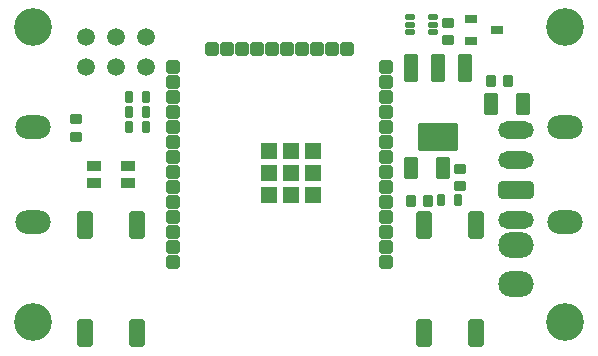
<source format=gts>
G04 Layer_Color=8388736*
%FSAX44Y44*%
%MOMM*%
G71*
G01*
G75*
G04:AMPARAMS|DCode=19|XSize=1.333mm|YSize=1.333mm|CornerRadius=0.0067mm|HoleSize=0mm|Usage=FLASHONLY|Rotation=180.000|XOffset=0mm|YOffset=0mm|HoleType=Round|Shape=RoundedRectangle|*
%AMROUNDEDRECTD19*
21,1,1.3330,1.3197,0,0,180.0*
21,1,1.3197,1.3330,0,0,180.0*
1,1,0.0133,-0.6598,0.6598*
1,1,0.0133,0.6598,0.6598*
1,1,0.0133,0.6598,-0.6598*
1,1,0.0133,-0.6598,-0.6598*
%
%ADD19ROUNDEDRECTD19*%
%ADD29C,1.5000*%
%ADD30O,3.0000X2.0000*%
%ADD31C,3.2000*%
%ADD39R,1.3000X0.9000*%
%ADD40R,1.3000X0.9000*%
G04:AMPARAMS|DCode=41|XSize=1.2032mm|YSize=2.3532mm|CornerRadius=0.1066mm|HoleSize=0mm|Usage=FLASHONLY|Rotation=0.000|XOffset=0mm|YOffset=0mm|HoleType=Round|Shape=RoundedRectangle|*
%AMROUNDEDRECTD41*
21,1,1.2032,2.1400,0,0,0.0*
21,1,0.9900,2.3532,0,0,0.0*
1,1,0.2132,0.4950,-1.0700*
1,1,0.2132,-0.4950,-1.0700*
1,1,0.2132,-0.4950,1.0700*
1,1,0.2132,0.4950,1.0700*
%
%ADD41ROUNDEDRECTD41*%
G04:AMPARAMS|DCode=42|XSize=3.4532mm|YSize=2.3532mm|CornerRadius=0.1124mm|HoleSize=0mm|Usage=FLASHONLY|Rotation=0.000|XOffset=0mm|YOffset=0mm|HoleType=Round|Shape=RoundedRectangle|*
%AMROUNDEDRECTD42*
21,1,3.4532,2.1285,0,0,0.0*
21,1,3.2285,2.3532,0,0,0.0*
1,1,0.2247,1.6142,-1.0642*
1,1,0.2247,-1.6142,-1.0642*
1,1,0.2247,-1.6142,1.0642*
1,1,0.2247,1.6142,1.0642*
%
%ADD42ROUNDEDRECTD42*%
G04:AMPARAMS|DCode=43|XSize=1.0532mm|YSize=0.8032mm|CornerRadius=0.1046mm|HoleSize=0mm|Usage=FLASHONLY|Rotation=0.000|XOffset=0mm|YOffset=0mm|HoleType=Round|Shape=RoundedRectangle|*
%AMROUNDEDRECTD43*
21,1,1.0532,0.5940,0,0,0.0*
21,1,0.8440,0.8032,0,0,0.0*
1,1,0.2092,0.4220,-0.2970*
1,1,0.2092,-0.4220,-0.2970*
1,1,0.2092,-0.4220,0.2970*
1,1,0.2092,0.4220,0.2970*
%
%ADD43ROUNDEDRECTD43*%
G04:AMPARAMS|DCode=44|XSize=1.8532mm|YSize=1.1532mm|CornerRadius=0.1064mm|HoleSize=0mm|Usage=FLASHONLY|Rotation=90.000|XOffset=0mm|YOffset=0mm|HoleType=Round|Shape=RoundedRectangle|*
%AMROUNDEDRECTD44*
21,1,1.8532,0.9405,0,0,90.0*
21,1,1.6405,1.1532,0,0,90.0*
1,1,0.2127,0.4703,0.8203*
1,1,0.2127,0.4703,-0.8203*
1,1,0.2127,-0.4703,-0.8203*
1,1,0.2127,-0.4703,0.8203*
%
%ADD44ROUNDEDRECTD44*%
G04:AMPARAMS|DCode=45|XSize=2.3032mm|YSize=1.3032mm|CornerRadius=0.1566mm|HoleSize=0mm|Usage=FLASHONLY|Rotation=270.000|XOffset=0mm|YOffset=0mm|HoleType=Round|Shape=RoundedRectangle|*
%AMROUNDEDRECTD45*
21,1,2.3032,0.9900,0,0,270.0*
21,1,1.9900,1.3032,0,0,270.0*
1,1,0.3132,-0.4950,-0.9950*
1,1,0.3132,-0.4950,0.9950*
1,1,0.3132,0.4950,0.9950*
1,1,0.3132,0.4950,-0.9950*
%
%ADD45ROUNDEDRECTD45*%
G04:AMPARAMS|DCode=46|XSize=1.0532mm|YSize=0.8032mm|CornerRadius=0.1046mm|HoleSize=0mm|Usage=FLASHONLY|Rotation=90.000|XOffset=0mm|YOffset=0mm|HoleType=Round|Shape=RoundedRectangle|*
%AMROUNDEDRECTD46*
21,1,1.0532,0.5940,0,0,90.0*
21,1,0.8440,0.8032,0,0,90.0*
1,1,0.2092,0.2970,0.4220*
1,1,0.2092,0.2970,-0.4220*
1,1,0.2092,-0.2970,-0.4220*
1,1,0.2092,-0.2970,0.4220*
%
%ADD46ROUNDEDRECTD46*%
G04:AMPARAMS|DCode=47|XSize=0.9532mm|YSize=0.7532mm|CornerRadius=0.1044mm|HoleSize=0mm|Usage=FLASHONLY|Rotation=270.000|XOffset=0mm|YOffset=0mm|HoleType=Round|Shape=RoundedRectangle|*
%AMROUNDEDRECTD47*
21,1,0.9532,0.5445,0,0,270.0*
21,1,0.7445,0.7532,0,0,270.0*
1,1,0.2087,-0.2722,-0.3723*
1,1,0.2087,-0.2722,0.3723*
1,1,0.2087,0.2722,0.3723*
1,1,0.2087,0.2722,-0.3723*
%
%ADD47ROUNDEDRECTD47*%
G04:AMPARAMS|DCode=48|XSize=0.7532mm|YSize=1.0032mm|CornerRadius=0.1044mm|HoleSize=0mm|Usage=FLASHONLY|Rotation=90.000|XOffset=0mm|YOffset=0mm|HoleType=Round|Shape=RoundedRectangle|*
%AMROUNDEDRECTD48*
21,1,0.7532,0.7945,0,0,90.0*
21,1,0.5445,1.0032,0,0,90.0*
1,1,0.2087,0.3972,0.2722*
1,1,0.2087,0.3972,-0.2722*
1,1,0.2087,-0.3972,-0.2722*
1,1,0.2087,-0.3972,0.2722*
%
%ADD48ROUNDEDRECTD48*%
G04:AMPARAMS|DCode=49|XSize=1.1032mm|YSize=1.1032mm|CornerRadius=0.1061mm|HoleSize=0mm|Usage=FLASHONLY|Rotation=180.000|XOffset=0mm|YOffset=0mm|HoleType=Round|Shape=RoundedRectangle|*
%AMROUNDEDRECTD49*
21,1,1.1032,0.8910,0,0,180.0*
21,1,0.8910,1.1032,0,0,180.0*
1,1,0.2122,-0.4455,0.4455*
1,1,0.2122,0.4455,0.4455*
1,1,0.2122,0.4455,-0.4455*
1,1,0.2122,-0.4455,-0.4455*
%
%ADD49ROUNDEDRECTD49*%
G04:AMPARAMS|DCode=50|XSize=0.5532mm|YSize=0.8032mm|CornerRadius=0.1034mm|HoleSize=0mm|Usage=FLASHONLY|Rotation=90.000|XOffset=0mm|YOffset=0mm|HoleType=Round|Shape=RoundedRectangle|*
%AMROUNDEDRECTD50*
21,1,0.5532,0.5965,0,0,90.0*
21,1,0.3465,0.8032,0,0,90.0*
1,1,0.2067,0.2983,0.1732*
1,1,0.2067,0.2983,-0.1732*
1,1,0.2067,-0.2983,-0.1732*
1,1,0.2067,-0.2983,0.1732*
%
%ADD50ROUNDEDRECTD50*%
G04:AMPARAMS|DCode=51|XSize=1.4732mm|YSize=3.0032mm|CornerRadius=0.7366mm|HoleSize=0mm|Usage=FLASHONLY|Rotation=90.000|XOffset=0mm|YOffset=0mm|HoleType=Round|Shape=RoundedRectangle|*
%AMROUNDEDRECTD51*
21,1,1.4732,1.5300,0,0,90.0*
21,1,0.0000,3.0032,0,0,90.0*
1,1,1.4732,0.7650,0.0000*
1,1,1.4732,0.7650,0.0000*
1,1,1.4732,-0.7650,0.0000*
1,1,1.4732,-0.7650,0.0000*
%
%ADD51ROUNDEDRECTD51*%
G04:AMPARAMS|DCode=52|XSize=1.4732mm|YSize=3.0032mm|CornerRadius=0.2604mm|HoleSize=0mm|Usage=FLASHONLY|Rotation=90.000|XOffset=0mm|YOffset=0mm|HoleType=Round|Shape=RoundedRectangle|*
%AMROUNDEDRECTD52*
21,1,1.4732,2.4825,0,0,90.0*
21,1,0.9525,3.0032,0,0,90.0*
1,1,0.5207,1.2412,0.4763*
1,1,0.5207,1.2412,-0.4763*
1,1,0.5207,-1.2412,-0.4763*
1,1,0.5207,-1.2412,0.4763*
%
%ADD52ROUNDEDRECTD52*%
%ADD53O,3.0032X2.2032*%
D19*
X10643414Y10695341D02*
D03*
X10625082D02*
D03*
X10661744D02*
D03*
Y10677010D02*
D03*
X10625082D02*
D03*
X10643414D02*
D03*
Y10713669D02*
D03*
X10625082D02*
D03*
X10661744D02*
D03*
D29*
X10520934Y10810601D02*
D03*
X10495533D02*
D03*
X10470134D02*
D03*
Y10785200D02*
D03*
X10495533D02*
D03*
X10520934D02*
D03*
D30*
X10425000Y10734000D02*
D03*
Y10654000D02*
D03*
X10874974D02*
D03*
Y10734000D02*
D03*
D31*
Y10819000D02*
D03*
X10425000D02*
D03*
Y10569000D02*
D03*
X10874974D02*
D03*
D39*
X10505587Y10686500D02*
D03*
X10476587D02*
D03*
D40*
X10505587Y10701500D02*
D03*
X10476587D02*
D03*
D41*
X10790723Y10784043D02*
D03*
X10767723D02*
D03*
X10744723D02*
D03*
D42*
X10767723Y10725542D02*
D03*
D43*
X10461000Y10726250D02*
D03*
Y10740750D02*
D03*
X10786266Y10698896D02*
D03*
Y10684397D02*
D03*
X10776149Y10822158D02*
D03*
Y10807659D02*
D03*
D44*
X10839515Y10753929D02*
D03*
X10812516D02*
D03*
X10771722Y10699750D02*
D03*
X10744723D02*
D03*
D45*
X10512732Y10651157D02*
D03*
Y10560157D02*
D03*
X10468732Y10651157D02*
D03*
Y10560157D02*
D03*
X10799719Y10651157D02*
D03*
Y10560157D02*
D03*
X10755719Y10651157D02*
D03*
Y10560157D02*
D03*
D46*
X10827015Y10773223D02*
D03*
X10812516D02*
D03*
X10759222Y10671604D02*
D03*
X10744723D02*
D03*
D47*
X10784766Y10672104D02*
D03*
X10770266D02*
D03*
X10520250Y10759800D02*
D03*
X10505750D02*
D03*
Y10747100D02*
D03*
X10520250D02*
D03*
Y10734399D02*
D03*
X10505750D02*
D03*
D48*
X10795750Y10825835D02*
D03*
Y10806835D02*
D03*
X10817750Y10816335D02*
D03*
D49*
X10723414Y10620100D02*
D03*
Y10632800D02*
D03*
Y10645500D02*
D03*
Y10658199D02*
D03*
Y10670900D02*
D03*
Y10683600D02*
D03*
Y10696300D02*
D03*
Y10709000D02*
D03*
Y10721700D02*
D03*
Y10734399D02*
D03*
Y10747100D02*
D03*
Y10759800D02*
D03*
Y10772500D02*
D03*
Y10785200D02*
D03*
X10690415Y10800100D02*
D03*
X10677715D02*
D03*
X10665015D02*
D03*
X10652314D02*
D03*
X10639614D02*
D03*
X10626914D02*
D03*
X10614215D02*
D03*
X10601515D02*
D03*
X10588815D02*
D03*
X10576115D02*
D03*
X10543075Y10785200D02*
D03*
Y10772500D02*
D03*
Y10759800D02*
D03*
Y10747100D02*
D03*
Y10734399D02*
D03*
Y10721700D02*
D03*
Y10709000D02*
D03*
Y10696300D02*
D03*
Y10683600D02*
D03*
Y10670900D02*
D03*
Y10658199D02*
D03*
Y10645500D02*
D03*
Y10632800D02*
D03*
Y10620100D02*
D03*
D50*
X10744106Y10827500D02*
D03*
Y10821000D02*
D03*
Y10814500D02*
D03*
X10763606D02*
D03*
Y10821000D02*
D03*
Y10827500D02*
D03*
D51*
X10833531Y10655571D02*
D03*
Y10706371D02*
D03*
Y10731771D02*
D03*
D52*
Y10680972D02*
D03*
D53*
Y10601627D02*
D03*
Y10634647D02*
D03*
M02*

</source>
